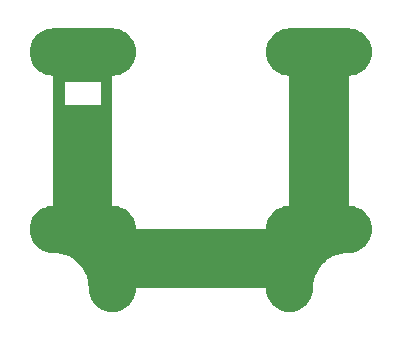
<source format=gbr>
%TF.GenerationSoftware,KiCad,Pcbnew,6.0.1-79c1e3a40b~116~ubuntu20.04.1*%
%TF.CreationDate,2022-01-30T13:40:48+01:00*%
%TF.ProjectId,pcb-connector-x3,7063622d-636f-46e6-9e65-63746f722d78,rev?*%
%TF.SameCoordinates,Original*%
%TF.FileFunction,Soldermask,Bot*%
%TF.FilePolarity,Negative*%
%FSLAX46Y46*%
G04 Gerber Fmt 4.6, Leading zero omitted, Abs format (unit mm)*
G04 Created by KiCad (PCBNEW 6.0.1-79c1e3a40b~116~ubuntu20.04.1) date 2022-01-30 13:40:48*
%MOMM*%
%LPD*%
G01*
G04 APERTURE LIST*
%ADD10C,3.400000*%
G04 APERTURE END LIST*
D10*
%TO.C,H10*%
X140000000Y-85000000D03*
%TD*%
%TO.C,H9*%
X125000000Y-105000000D03*
%TD*%
%TO.C,H8*%
X120000000Y-85000000D03*
%TD*%
%TO.C,H7*%
X125000000Y-100000000D03*
%TD*%
%TO.C,H6*%
X145000000Y-100000000D03*
%TD*%
%TO.C,H5*%
X120000000Y-100000000D03*
%TD*%
%TO.C,H4*%
X140000000Y-105000000D03*
%TD*%
%TO.C,H3*%
X145000000Y-85000000D03*
%TD*%
%TO.C,H2*%
X125000000Y-85000000D03*
%TD*%
%TO.C,H1*%
X140000000Y-100000000D03*
%TD*%
G36*
X145004487Y-83000321D02*
G01*
X145275645Y-83019714D01*
X145293440Y-83022273D01*
X145554654Y-83079097D01*
X145571903Y-83084161D01*
X145822386Y-83177586D01*
X145838740Y-83185055D01*
X146073375Y-83313176D01*
X146088498Y-83322895D01*
X146302510Y-83483103D01*
X146316096Y-83494876D01*
X146505124Y-83683904D01*
X146516897Y-83697490D01*
X146677105Y-83911502D01*
X146686824Y-83926625D01*
X146814945Y-84161260D01*
X146822414Y-84177614D01*
X146915839Y-84428097D01*
X146920903Y-84445346D01*
X146977727Y-84706560D01*
X146980286Y-84724355D01*
X146999357Y-84991012D01*
X146999357Y-85008988D01*
X146980286Y-85275645D01*
X146977727Y-85293440D01*
X146920903Y-85554654D01*
X146915839Y-85571903D01*
X146822414Y-85822386D01*
X146814945Y-85838740D01*
X146686824Y-86073375D01*
X146677105Y-86088498D01*
X146516897Y-86302510D01*
X146505124Y-86316096D01*
X146316096Y-86505124D01*
X146302510Y-86516897D01*
X146088498Y-86677105D01*
X146073375Y-86686824D01*
X145838740Y-86814945D01*
X145822386Y-86822414D01*
X145571903Y-86915839D01*
X145554654Y-86920903D01*
X145293440Y-86977727D01*
X145275645Y-86980286D01*
X145018068Y-86998708D01*
X145003187Y-87004258D01*
X145000656Y-87007640D01*
X145000000Y-87011274D01*
X145000000Y-87628000D01*
X144979998Y-87696121D01*
X144926342Y-87742614D01*
X144874000Y-87754000D01*
X140126000Y-87754000D01*
X140057879Y-87733998D01*
X140011386Y-87680342D01*
X140000000Y-87628000D01*
X140000000Y-87018115D01*
X139995525Y-87002876D01*
X139992331Y-87000108D01*
X139988755Y-86999196D01*
X139724355Y-86980286D01*
X139706560Y-86977727D01*
X139445346Y-86920903D01*
X139428097Y-86915839D01*
X139177614Y-86822414D01*
X139161260Y-86814945D01*
X138926625Y-86686824D01*
X138911502Y-86677105D01*
X138697490Y-86516897D01*
X138683904Y-86505124D01*
X138494876Y-86316096D01*
X138483103Y-86302510D01*
X138322895Y-86088498D01*
X138313176Y-86073375D01*
X138185055Y-85838740D01*
X138177586Y-85822386D01*
X138084161Y-85571903D01*
X138079097Y-85554654D01*
X138022273Y-85293440D01*
X138019714Y-85275645D01*
X138000643Y-85008988D01*
X138000643Y-84991012D01*
X138019714Y-84724355D01*
X138022273Y-84706560D01*
X138079097Y-84445346D01*
X138084161Y-84428097D01*
X138177586Y-84177614D01*
X138185055Y-84161260D01*
X138313176Y-83926625D01*
X138322895Y-83911502D01*
X138483103Y-83697490D01*
X138494876Y-83683904D01*
X138683904Y-83494876D01*
X138697490Y-83483103D01*
X138911502Y-83322895D01*
X138926625Y-83313176D01*
X139161260Y-83185055D01*
X139177614Y-83177586D01*
X139428097Y-83084161D01*
X139445346Y-83079097D01*
X139706560Y-83022273D01*
X139724355Y-83019714D01*
X139995513Y-83000321D01*
X140004501Y-83000000D01*
X144995499Y-83000000D01*
X145004487Y-83000321D01*
G37*
G36*
X125004487Y-83000321D02*
G01*
X125275645Y-83019714D01*
X125293440Y-83022273D01*
X125554654Y-83079097D01*
X125571903Y-83084161D01*
X125822386Y-83177586D01*
X125838740Y-83185055D01*
X126073375Y-83313176D01*
X126088498Y-83322895D01*
X126302510Y-83483103D01*
X126316096Y-83494876D01*
X126505124Y-83683904D01*
X126516897Y-83697490D01*
X126677105Y-83911502D01*
X126686824Y-83926625D01*
X126814945Y-84161260D01*
X126822414Y-84177614D01*
X126915839Y-84428097D01*
X126920903Y-84445346D01*
X126977727Y-84706560D01*
X126980286Y-84724355D01*
X126999357Y-84991012D01*
X126999357Y-85008988D01*
X126980286Y-85275645D01*
X126977727Y-85293440D01*
X126920903Y-85554654D01*
X126915839Y-85571903D01*
X126822414Y-85822386D01*
X126814945Y-85838740D01*
X126686824Y-86073375D01*
X126677105Y-86088498D01*
X126516897Y-86302510D01*
X126505124Y-86316096D01*
X126316096Y-86505124D01*
X126302510Y-86516897D01*
X126088498Y-86677105D01*
X126073375Y-86686824D01*
X125838740Y-86814945D01*
X125822386Y-86822414D01*
X125571903Y-86915839D01*
X125554654Y-86920903D01*
X125293440Y-86977727D01*
X125275645Y-86980286D01*
X125018068Y-86998708D01*
X125003187Y-87004258D01*
X125000656Y-87007640D01*
X125000000Y-87011274D01*
X125000000Y-87628000D01*
X124979998Y-87696121D01*
X124926342Y-87742614D01*
X124874000Y-87754000D01*
X124126000Y-87754000D01*
X124057879Y-87733998D01*
X124011386Y-87680342D01*
X124000000Y-87628000D01*
X124000000Y-87518115D01*
X123995525Y-87502876D01*
X123994135Y-87501671D01*
X123986452Y-87500000D01*
X121018115Y-87500000D01*
X121002876Y-87504475D01*
X121001671Y-87505865D01*
X121000000Y-87513548D01*
X121000000Y-87628000D01*
X120979998Y-87696121D01*
X120926342Y-87742614D01*
X120874000Y-87754000D01*
X120126000Y-87754000D01*
X120057879Y-87733998D01*
X120011386Y-87680342D01*
X120000000Y-87628000D01*
X120000000Y-87018115D01*
X119995525Y-87002876D01*
X119992331Y-87000108D01*
X119988755Y-86999196D01*
X119724355Y-86980286D01*
X119706560Y-86977727D01*
X119445346Y-86920903D01*
X119428097Y-86915839D01*
X119177614Y-86822414D01*
X119161260Y-86814945D01*
X118926625Y-86686824D01*
X118911502Y-86677105D01*
X118697490Y-86516897D01*
X118683904Y-86505124D01*
X118494876Y-86316096D01*
X118483103Y-86302510D01*
X118322895Y-86088498D01*
X118313176Y-86073375D01*
X118185055Y-85838740D01*
X118177586Y-85822386D01*
X118084161Y-85571903D01*
X118079097Y-85554654D01*
X118022273Y-85293440D01*
X118019714Y-85275645D01*
X118000643Y-85008988D01*
X118000643Y-84991012D01*
X118019714Y-84724355D01*
X118022273Y-84706560D01*
X118079097Y-84445346D01*
X118084161Y-84428097D01*
X118177586Y-84177614D01*
X118185055Y-84161260D01*
X118313176Y-83926625D01*
X118322895Y-83911502D01*
X118483103Y-83697490D01*
X118494876Y-83683904D01*
X118683904Y-83494876D01*
X118697490Y-83483103D01*
X118911502Y-83322895D01*
X118926625Y-83313176D01*
X119161260Y-83185055D01*
X119177614Y-83177586D01*
X119428097Y-83084161D01*
X119445346Y-83079097D01*
X119706560Y-83022273D01*
X119724355Y-83019714D01*
X119995513Y-83000321D01*
X120004501Y-83000000D01*
X124995499Y-83000000D01*
X125004487Y-83000321D01*
G37*
G36*
X121003094Y-87246152D02*
G01*
X121018709Y-87246919D01*
X121031018Y-87248131D01*
X121039329Y-87249364D01*
X121103777Y-87279146D01*
X121141892Y-87339044D01*
X121141574Y-87410040D01*
X121102923Y-87469593D01*
X121038210Y-87498797D01*
X121020838Y-87500000D01*
X121018115Y-87500000D01*
X121002876Y-87504475D01*
X121001671Y-87505865D01*
X121000000Y-87513548D01*
X121000000Y-89481885D01*
X121004475Y-89497124D01*
X121005865Y-89498329D01*
X121013548Y-89500000D01*
X121128000Y-89500000D01*
X121196121Y-89520002D01*
X121242614Y-89573658D01*
X121254000Y-89626000D01*
X121254000Y-102088783D01*
X121233998Y-102156904D01*
X121180342Y-102203397D01*
X121110068Y-102213501D01*
X121079782Y-102205192D01*
X120994106Y-102169704D01*
X120987439Y-102167371D01*
X120670953Y-102076193D01*
X120664084Y-102074625D01*
X120339377Y-102019455D01*
X120332364Y-102018665D01*
X120000951Y-102000053D01*
X119999028Y-101999930D01*
X119724355Y-101980286D01*
X119706560Y-101977727D01*
X119445346Y-101920903D01*
X119428097Y-101915839D01*
X119177614Y-101822414D01*
X119161260Y-101814945D01*
X118926625Y-101686824D01*
X118911502Y-101677105D01*
X118697490Y-101516897D01*
X118683904Y-101505124D01*
X118494876Y-101316096D01*
X118483103Y-101302510D01*
X118322895Y-101088498D01*
X118313176Y-101073375D01*
X118185055Y-100838740D01*
X118177586Y-100822386D01*
X118084161Y-100571903D01*
X118079097Y-100554654D01*
X118022273Y-100293440D01*
X118019714Y-100275645D01*
X118000643Y-100008988D01*
X118000643Y-99991012D01*
X118019714Y-99724355D01*
X118022273Y-99706560D01*
X118079097Y-99445346D01*
X118084161Y-99428097D01*
X118177586Y-99177614D01*
X118185055Y-99161260D01*
X118313176Y-98926625D01*
X118322895Y-98911502D01*
X118483103Y-98697490D01*
X118494876Y-98683904D01*
X118683904Y-98494876D01*
X118697490Y-98483103D01*
X118911502Y-98322895D01*
X118926625Y-98313176D01*
X119161260Y-98185055D01*
X119177614Y-98177586D01*
X119428097Y-98084161D01*
X119445346Y-98079097D01*
X119706560Y-98022273D01*
X119724355Y-98019714D01*
X119981932Y-98001292D01*
X119996813Y-97995742D01*
X119999344Y-97992360D01*
X120000000Y-97988726D01*
X120000000Y-87372000D01*
X120020002Y-87303879D01*
X120073658Y-87257386D01*
X120126000Y-87246000D01*
X120996912Y-87246000D01*
X121003094Y-87246152D01*
G37*
G36*
X124942121Y-87266002D02*
G01*
X124988614Y-87319658D01*
X125000000Y-87372000D01*
X125000000Y-97981885D01*
X125004475Y-97997124D01*
X125007669Y-97999892D01*
X125011245Y-98000804D01*
X125275645Y-98019714D01*
X125293440Y-98022273D01*
X125554654Y-98079097D01*
X125571903Y-98084161D01*
X125822386Y-98177586D01*
X125838740Y-98185055D01*
X126073375Y-98313176D01*
X126088498Y-98322895D01*
X126302510Y-98483103D01*
X126316096Y-98494876D01*
X126505124Y-98683904D01*
X126516897Y-98697490D01*
X126677105Y-98911502D01*
X126686824Y-98926625D01*
X126814945Y-99161260D01*
X126822414Y-99177614D01*
X126915839Y-99428097D01*
X126920903Y-99445346D01*
X126977727Y-99706560D01*
X126980286Y-99724355D01*
X126998708Y-99981932D01*
X127004258Y-99996813D01*
X127007640Y-99999344D01*
X127011274Y-100000000D01*
X137981885Y-100000000D01*
X137997124Y-99995525D01*
X137999892Y-99992331D01*
X138000804Y-99988755D01*
X138019714Y-99724355D01*
X138022273Y-99706560D01*
X138079097Y-99445346D01*
X138084161Y-99428097D01*
X138177586Y-99177614D01*
X138185055Y-99161260D01*
X138313176Y-98926625D01*
X138322895Y-98911502D01*
X138483103Y-98697490D01*
X138494876Y-98683904D01*
X138683904Y-98494876D01*
X138697490Y-98483103D01*
X138911502Y-98322895D01*
X138926625Y-98313176D01*
X139161260Y-98185055D01*
X139177614Y-98177586D01*
X139428097Y-98084161D01*
X139445346Y-98079097D01*
X139706560Y-98022273D01*
X139724355Y-98019714D01*
X139981932Y-98001292D01*
X139996813Y-97995742D01*
X139999344Y-97992360D01*
X140000000Y-97988726D01*
X140000000Y-87372000D01*
X140020002Y-87303879D01*
X140073658Y-87257386D01*
X140126000Y-87246000D01*
X144874000Y-87246000D01*
X144942121Y-87266002D01*
X144988614Y-87319658D01*
X145000000Y-87372000D01*
X145000000Y-97981885D01*
X145004475Y-97997124D01*
X145007669Y-97999892D01*
X145011245Y-98000804D01*
X145275645Y-98019714D01*
X145293440Y-98022273D01*
X145554654Y-98079097D01*
X145571903Y-98084161D01*
X145822386Y-98177586D01*
X145838740Y-98185055D01*
X146073375Y-98313176D01*
X146088498Y-98322895D01*
X146302510Y-98483103D01*
X146316096Y-98494876D01*
X146505124Y-98683904D01*
X146516897Y-98697490D01*
X146677105Y-98911502D01*
X146686824Y-98926625D01*
X146814945Y-99161260D01*
X146822414Y-99177614D01*
X146915839Y-99428097D01*
X146920903Y-99445346D01*
X146977727Y-99706560D01*
X146980286Y-99724355D01*
X146999357Y-99991012D01*
X146999357Y-100008988D01*
X146980286Y-100275645D01*
X146977727Y-100293440D01*
X146920903Y-100554654D01*
X146915839Y-100571903D01*
X146822414Y-100822386D01*
X146814945Y-100838740D01*
X146686824Y-101073375D01*
X146677105Y-101088498D01*
X146516897Y-101302510D01*
X146505124Y-101316096D01*
X146316096Y-101505124D01*
X146302510Y-101516897D01*
X146088498Y-101677105D01*
X146073375Y-101686824D01*
X145838740Y-101814945D01*
X145822386Y-101822414D01*
X145571903Y-101915839D01*
X145554654Y-101920903D01*
X145293440Y-101977727D01*
X145275645Y-101980286D01*
X145000972Y-101999930D01*
X144999049Y-102000053D01*
X144667636Y-102018665D01*
X144660623Y-102019455D01*
X144335916Y-102074625D01*
X144329047Y-102076193D01*
X144012561Y-102167371D01*
X144005894Y-102169704D01*
X143701617Y-102295739D01*
X143695253Y-102298804D01*
X143406993Y-102458120D01*
X143401022Y-102461872D01*
X143132419Y-102652457D01*
X143126894Y-102656863D01*
X142881304Y-102876335D01*
X142876335Y-102881304D01*
X142656863Y-103126894D01*
X142652457Y-103132419D01*
X142461872Y-103401022D01*
X142458120Y-103406993D01*
X142298804Y-103695253D01*
X142295739Y-103701617D01*
X142169704Y-104005894D01*
X142167371Y-104012561D01*
X142076193Y-104329047D01*
X142074625Y-104335916D01*
X142019455Y-104660623D01*
X142018665Y-104667636D01*
X142000053Y-104999049D01*
X141999930Y-105000972D01*
X141980286Y-105275645D01*
X141977727Y-105293440D01*
X141920903Y-105554654D01*
X141915839Y-105571903D01*
X141822414Y-105822386D01*
X141814945Y-105838740D01*
X141686824Y-106073375D01*
X141677105Y-106088498D01*
X141516897Y-106302510D01*
X141505124Y-106316096D01*
X141316096Y-106505124D01*
X141302510Y-106516897D01*
X141088498Y-106677105D01*
X141073375Y-106686824D01*
X140838740Y-106814945D01*
X140822386Y-106822414D01*
X140571903Y-106915839D01*
X140554654Y-106920903D01*
X140293440Y-106977727D01*
X140275645Y-106980286D01*
X140008988Y-106999357D01*
X139991012Y-106999357D01*
X139724355Y-106980286D01*
X139706560Y-106977727D01*
X139445346Y-106920903D01*
X139428097Y-106915839D01*
X139177614Y-106822414D01*
X139161260Y-106814945D01*
X138926625Y-106686824D01*
X138911502Y-106677105D01*
X138697490Y-106516897D01*
X138683904Y-106505124D01*
X138494876Y-106316096D01*
X138483103Y-106302510D01*
X138322895Y-106088498D01*
X138313176Y-106073375D01*
X138185055Y-105838740D01*
X138177586Y-105822386D01*
X138084161Y-105571903D01*
X138079097Y-105554654D01*
X138022273Y-105293440D01*
X138019714Y-105275645D01*
X138001292Y-105018068D01*
X137995742Y-105003187D01*
X137992360Y-105000656D01*
X137988726Y-105000000D01*
X127018115Y-105000000D01*
X127002876Y-105004475D01*
X127000108Y-105007669D01*
X126999196Y-105011245D01*
X126980286Y-105275645D01*
X126977727Y-105293440D01*
X126920903Y-105554654D01*
X126915839Y-105571903D01*
X126822414Y-105822386D01*
X126814945Y-105838740D01*
X126686824Y-106073375D01*
X126677105Y-106088498D01*
X126516897Y-106302510D01*
X126505124Y-106316096D01*
X126316096Y-106505124D01*
X126302510Y-106516897D01*
X126088498Y-106677105D01*
X126073375Y-106686824D01*
X125838740Y-106814945D01*
X125822386Y-106822414D01*
X125571903Y-106915839D01*
X125554654Y-106920903D01*
X125293440Y-106977727D01*
X125275645Y-106980286D01*
X125008988Y-106999357D01*
X124991012Y-106999357D01*
X124724355Y-106980286D01*
X124706560Y-106977727D01*
X124445346Y-106920903D01*
X124428097Y-106915839D01*
X124177614Y-106822414D01*
X124161260Y-106814945D01*
X123926625Y-106686824D01*
X123911502Y-106677105D01*
X123796491Y-106591008D01*
X123753944Y-106534172D01*
X123746000Y-106490140D01*
X123746000Y-89626000D01*
X123766002Y-89557879D01*
X123819658Y-89511386D01*
X123872000Y-89500000D01*
X123981885Y-89500000D01*
X123997124Y-89495525D01*
X123998329Y-89494135D01*
X124000000Y-89486452D01*
X124000000Y-87518115D01*
X123995525Y-87502876D01*
X123994135Y-87501671D01*
X123986452Y-87500000D01*
X123979162Y-87500000D01*
X123911041Y-87479998D01*
X123864548Y-87426342D01*
X123854444Y-87356068D01*
X123883938Y-87291488D01*
X123943664Y-87253104D01*
X123960671Y-87249364D01*
X123968982Y-87248131D01*
X123981291Y-87246919D01*
X123996906Y-87246152D01*
X124003088Y-87246000D01*
X124874000Y-87246000D01*
X124942121Y-87266002D01*
G37*
G36*
X124208512Y-89383938D02*
G01*
X124246896Y-89443664D01*
X124250636Y-89460671D01*
X124251869Y-89468982D01*
X124253081Y-89481291D01*
X124253848Y-89496906D01*
X124254000Y-89503088D01*
X124254000Y-106653223D01*
X124233998Y-106721344D01*
X124180342Y-106767837D01*
X124110068Y-106777941D01*
X124067615Y-106763810D01*
X123926626Y-106686824D01*
X123911502Y-106677105D01*
X123697490Y-106516897D01*
X123683904Y-106505124D01*
X123494876Y-106316096D01*
X123483103Y-106302510D01*
X123322895Y-106088498D01*
X123313176Y-106073375D01*
X123185055Y-105838740D01*
X123177586Y-105822386D01*
X123084161Y-105571903D01*
X123079097Y-105554654D01*
X123022273Y-105293440D01*
X123019714Y-105275645D01*
X123000070Y-105000972D01*
X122999947Y-104999049D01*
X122981335Y-104667636D01*
X122980545Y-104660623D01*
X122925375Y-104335916D01*
X122923807Y-104329047D01*
X122832629Y-104012561D01*
X122830296Y-104005894D01*
X122704261Y-103701617D01*
X122701196Y-103695253D01*
X122541880Y-103406993D01*
X122538128Y-103401022D01*
X122347543Y-103132419D01*
X122343137Y-103126894D01*
X122123665Y-102881304D01*
X122118696Y-102876335D01*
X121873106Y-102656863D01*
X121867581Y-102652457D01*
X121598978Y-102461872D01*
X121593007Y-102458120D01*
X121304747Y-102298804D01*
X121298383Y-102295739D01*
X120994107Y-102169704D01*
X120987449Y-102167375D01*
X120837118Y-102124065D01*
X120777197Y-102085986D01*
X120747376Y-102021556D01*
X120746000Y-102002989D01*
X120746000Y-89503088D01*
X120746152Y-89496906D01*
X120746919Y-89481291D01*
X120748131Y-89468982D01*
X120749364Y-89460671D01*
X120779146Y-89396223D01*
X120839044Y-89358108D01*
X120910040Y-89358426D01*
X120969593Y-89397077D01*
X120998797Y-89461790D01*
X121000000Y-89479162D01*
X121000000Y-89481885D01*
X121004475Y-89497124D01*
X121005865Y-89498329D01*
X121013548Y-89500000D01*
X123981885Y-89500000D01*
X123997124Y-89495525D01*
X123998329Y-89494135D01*
X124000000Y-89486452D01*
X124000000Y-89479162D01*
X124020002Y-89411041D01*
X124073658Y-89364548D01*
X124143932Y-89354444D01*
X124208512Y-89383938D01*
G37*
M02*

</source>
